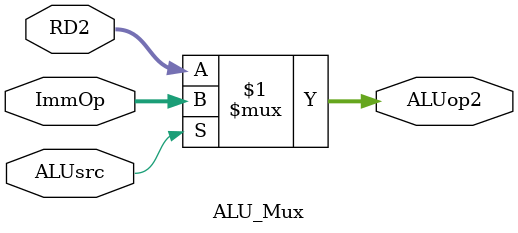
<source format=sv>
module ALU_Mux #(
    parameter      DATA_WIDTH = 32
)(
    input   logic[DATA_WIDTH-1:0]   ImmOp, RD2,
    input   logic                   ALUsrc,
    output  logic[DATA_WIDTH-1:0]   ALUop2
);
assign ALUop2 = ALUsrc ? ImmOp : RD2;

endmodule

</source>
